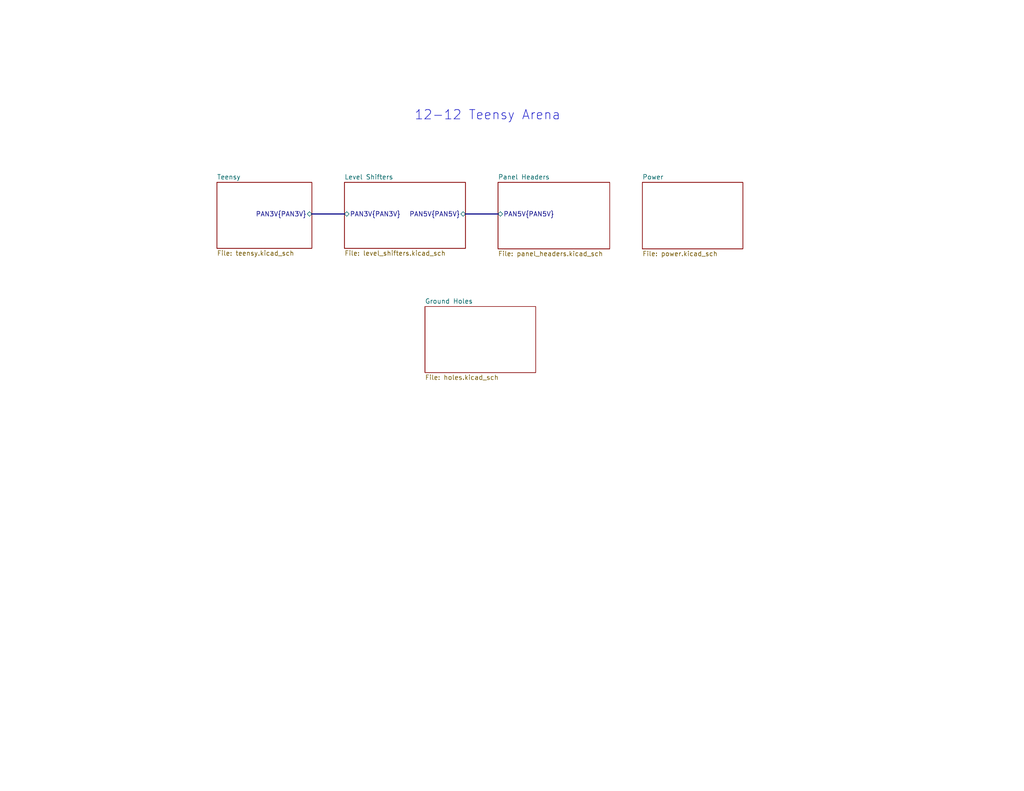
<source format=kicad_sch>
(kicad_sch
	(version 20231120)
	(generator "eeschema")
	(generator_version "8.0")
	(uuid "a2511654-3a17-43f1-8b9e-c45e375533dc")
	(paper "USLetter")
	(title_block
		(title "12-12 Teensy G4.1 Arena Modular LED Display")
		(date "2024-12-23")
		(rev "v0.3")
		(company "IORodeo for Reiserlab @ Janelia")
	)
	(lib_symbols)
	(bus
		(pts
			(xy 85.09 58.42) (xy 93.98 58.42)
		)
		(stroke
			(width 0)
			(type default)
		)
		(uuid "8f9ec503-d8ed-4709-8c2a-efe7eb12c912")
	)
	(bus
		(pts
			(xy 127 58.42) (xy 135.89 58.42)
		)
		(stroke
			(width 0)
			(type default)
		)
		(uuid "db200f09-7795-40bf-bcef-b14b9afb9ed9")
	)
	(text "12-12 Teensy Arena"
		(exclude_from_sim no)
		(at 113.03 33.02 0)
		(effects
			(font
				(size 2.54 2.54)
			)
			(justify left bottom)
		)
		(uuid "5a21ad0e-00ff-4028-aa06-98e7a7edcffd")
	)
	(sheet
		(at 93.98 49.784)
		(size 33.02 18.034)
		(fields_autoplaced yes)
		(stroke
			(width 0.1524)
			(type solid)
		)
		(fill
			(color 0 0 0 0.0000)
		)
		(uuid "089bb880-f417-4f64-98ac-7a8591f9a34e")
		(property "Sheetname" "Level Shifters"
			(at 93.98 49.0724 0)
			(effects
				(font
					(size 1.27 1.27)
				)
				(justify left bottom)
			)
		)
		(property "Sheetfile" "level_shifters.kicad_sch"
			(at 93.98 68.4026 0)
			(effects
				(font
					(size 1.27 1.27)
				)
				(justify left top)
			)
		)
		(pin "PAN5V{PAN5V}" bidirectional
			(at 127 58.42 0)
			(effects
				(font
					(size 1.27 1.27)
				)
				(justify right)
			)
			(uuid "480d7a5f-a5ec-4daa-b239-a93636939131")
		)
		(pin "PAN3V{PAN3V}" bidirectional
			(at 93.98 58.42 180)
			(effects
				(font
					(size 1.27 1.27)
				)
				(justify left)
			)
			(uuid "5d4f953c-19b0-4f53-bd0d-b3422a7632b8")
		)
		(instances
			(project "teensy_arena_12-12"
				(path "/a2511654-3a17-43f1-8b9e-c45e375533dc"
					(page "3")
				)
			)
		)
	)
	(sheet
		(at 175.26 49.784)
		(size 27.432 18.161)
		(fields_autoplaced yes)
		(stroke
			(width 0.1524)
			(type solid)
		)
		(fill
			(color 0 0 0 0.0000)
		)
		(uuid "17861c68-32c3-4000-8a50-4f303c28fa47")
		(property "Sheetname" "Power"
			(at 175.26 49.0724 0)
			(effects
				(font
					(size 1.27 1.27)
				)
				(justify left bottom)
			)
		)
		(property "Sheetfile" "power.kicad_sch"
			(at 175.26 68.5296 0)
			(effects
				(font
					(size 1.27 1.27)
				)
				(justify left top)
			)
		)
		(instances
			(project "teensy_arena_12-12"
				(path "/a2511654-3a17-43f1-8b9e-c45e375533dc"
					(page "6")
				)
			)
		)
	)
	(sheet
		(at 115.951 83.693)
		(size 30.226 18.034)
		(fields_autoplaced yes)
		(stroke
			(width 0.1524)
			(type solid)
		)
		(fill
			(color 0 0 0 0.0000)
		)
		(uuid "24a22302-295f-4a79-8162-dc1243f756aa")
		(property "Sheetname" "Ground Holes"
			(at 115.951 82.9814 0)
			(effects
				(font
					(size 1.27 1.27)
				)
				(justify left bottom)
			)
		)
		(property "Sheetfile" "holes.kicad_sch"
			(at 115.951 102.3116 0)
			(effects
				(font
					(size 1.27 1.27)
				)
				(justify left top)
			)
		)
		(instances
			(project "teensy_arena_12-12"
				(path "/a2511654-3a17-43f1-8b9e-c45e375533dc"
					(page "5")
				)
			)
		)
	)
	(sheet
		(at 59.182 49.784)
		(size 25.908 18.034)
		(fields_autoplaced yes)
		(stroke
			(width 0.1524)
			(type solid)
		)
		(fill
			(color 0 0 0 0.0000)
		)
		(uuid "5b6d0be6-08d3-404a-9e9b-565c640343d3")
		(property "Sheetname" "Teensy"
			(at 59.182 49.0724 0)
			(effects
				(font
					(size 1.27 1.27)
				)
				(justify left bottom)
			)
		)
		(property "Sheetfile" "teensy.kicad_sch"
			(at 59.182 68.4026 0)
			(effects
				(font
					(size 1.27 1.27)
				)
				(justify left top)
			)
		)
		(pin "PAN3V{PAN3V}" bidirectional
			(at 85.09 58.42 0)
			(effects
				(font
					(size 1.27 1.27)
				)
				(justify right)
			)
			(uuid "8d9a1fff-6639-4fa2-a0c8-4120bae8a6b8")
		)
		(instances
			(project "teensy_arena_12-12"
				(path "/a2511654-3a17-43f1-8b9e-c45e375533dc"
					(page "4")
				)
			)
		)
	)
	(sheet
		(at 135.89 49.784)
		(size 30.48 18.161)
		(fields_autoplaced yes)
		(stroke
			(width 0.1524)
			(type solid)
		)
		(fill
			(color 0 0 0 0.0000)
		)
		(uuid "ad9c294f-d898-4a63-8d96-c5c7fb69f139")
		(property "Sheetname" "Panel Headers"
			(at 135.89 49.0724 0)
			(effects
				(font
					(size 1.27 1.27)
				)
				(justify left bottom)
			)
		)
		(property "Sheetfile" "panel_headers.kicad_sch"
			(at 135.89 68.5296 0)
			(effects
				(font
					(size 1.27 1.27)
				)
				(justify left top)
			)
		)
		(pin "PAN5V{PAN5V}" bidirectional
			(at 135.89 58.42 180)
			(effects
				(font
					(size 1.27 1.27)
				)
				(justify left)
			)
			(uuid "49aa195d-e245-46fa-8354-affe8b81a14d")
		)
		(instances
			(project "teensy_arena_12-12"
				(path "/a2511654-3a17-43f1-8b9e-c45e375533dc"
					(page "2")
				)
			)
		)
	)
	(sheet_instances
		(path "/"
			(page "1")
		)
	)
)

</source>
